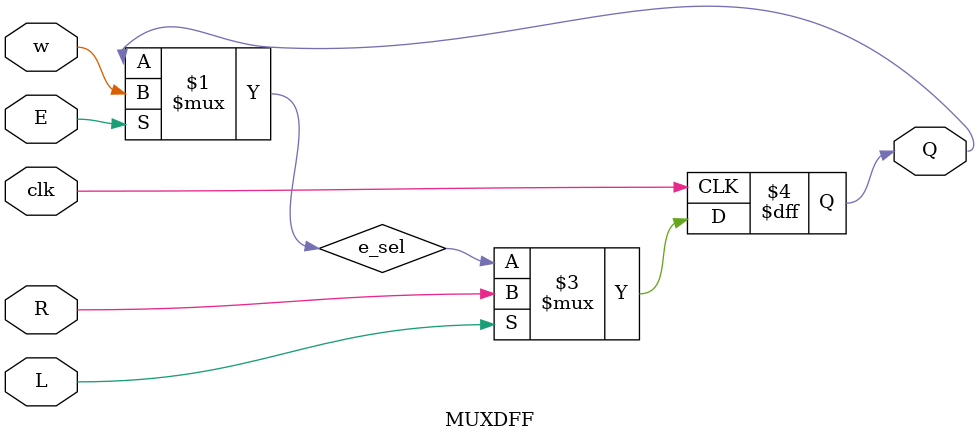
<source format=v>
module top_module (
    input [3:0] SW,
    input [3:0] KEY,
    output [3:0] LEDR
); //


MUXDFF muxdff1(
    .clk(KEY[0]),
    .w(KEY[3]),
    .L(KEY[2]),
    .E(KEY[1]),
    .R(SW[3]),
    .Q(LEDR[3])
);
MUXDFF muxdff2(
    .clk(KEY[0]),
    .w(LEDR[3]),
    .L(KEY[2]),
    .E(KEY[1]),
    .R(SW[2]),
    .Q(LEDR[2])
);
MUXDFF muxdff3(
    .clk(KEY[0]),
    .w(LEDR[2]),
    .L(KEY[2]),
    .E(KEY[1]),
    .R(SW[1]),
    .Q(LEDR[1])
);

MUXDFF muxdff4(
    .clk(KEY[0]),
    .w(LEDR[1]),
    .L(KEY[2]),
    .E(KEY[1]),
    .R(SW[0]),
    .Q(LEDR[0])
);

endmodule

module MUXDFF (
    input clk,
    input w, R, E, L,
    output Q
);

    wire e_sel;
    assign e_sel = E ? w : Q;

    always @(posedge clk) begin
        Q <= (L) ? R : e_sel;
    end

endmodule
</source>
